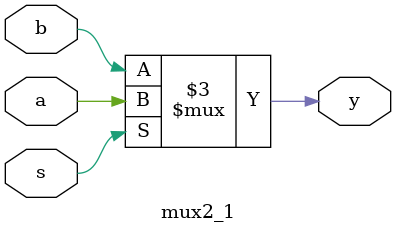
<source format=v>
module mux2_1 (input a, input b, input s, output reg y);

always @(*) begin
    if (s)
        y = a;
    else
        y = b;
end

endmodule

</source>
